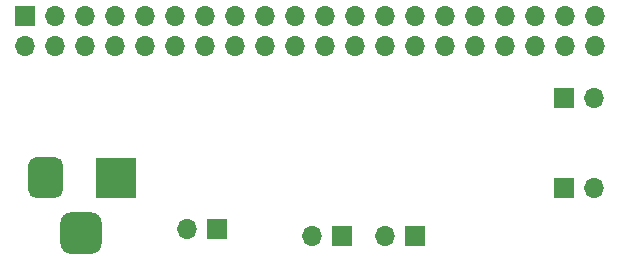
<source format=gbs>
G04 #@! TF.GenerationSoftware,KiCad,Pcbnew,(5.1.6-0-10_14)*
G04 #@! TF.CreationDate,2021-08-26T03:19:47+09:00*
G04 #@! TF.ProjectId,5v,35762e6b-6963-4616-945f-706362585858,rev?*
G04 #@! TF.SameCoordinates,Original*
G04 #@! TF.FileFunction,Soldermask,Bot*
G04 #@! TF.FilePolarity,Negative*
%FSLAX46Y46*%
G04 Gerber Fmt 4.6, Leading zero omitted, Abs format (unit mm)*
G04 Created by KiCad (PCBNEW (5.1.6-0-10_14)) date 2021-08-26 03:19:47*
%MOMM*%
%LPD*%
G01*
G04 APERTURE LIST*
%ADD10R,3.500000X3.500000*%
%ADD11R,1.700000X1.700000*%
%ADD12O,1.700000X1.700000*%
G04 APERTURE END LIST*
G04 #@! TO.C,J1*
G36*
G01*
X107510000Y-96245000D02*
X107510000Y-94495000D01*
G75*
G02*
X108385000Y-93620000I875000J0D01*
G01*
X110135000Y-93620000D01*
G75*
G02*
X111010000Y-94495000I0J-875000D01*
G01*
X111010000Y-96245000D01*
G75*
G02*
X110135000Y-97120000I-875000J0D01*
G01*
X108385000Y-97120000D01*
G75*
G02*
X107510000Y-96245000I0J875000D01*
G01*
G37*
G36*
G01*
X104760000Y-91670000D02*
X104760000Y-89670000D01*
G75*
G02*
X105510000Y-88920000I750000J0D01*
G01*
X107010000Y-88920000D01*
G75*
G02*
X107760000Y-89670000I0J-750000D01*
G01*
X107760000Y-91670000D01*
G75*
G02*
X107010000Y-92420000I-750000J0D01*
G01*
X105510000Y-92420000D01*
G75*
G02*
X104760000Y-91670000I0J750000D01*
G01*
G37*
D10*
X112260000Y-90670000D03*
G04 #@! TD*
D11*
G04 #@! TO.C,J2*
X120750000Y-94980000D03*
D12*
X118210000Y-94980000D03*
G04 #@! TD*
D11*
G04 #@! TO.C,J4*
X150120000Y-83900000D03*
D12*
X152660000Y-83900000D03*
G04 #@! TD*
D11*
G04 #@! TO.C,J5*
X150120000Y-91520000D03*
D12*
X152660000Y-91520000D03*
G04 #@! TD*
G04 #@! TO.C,J6*
X128810000Y-95620000D03*
D11*
X131350000Y-95620000D03*
G04 #@! TD*
G04 #@! TO.C,J7*
X137520000Y-95610000D03*
D12*
X134980000Y-95610000D03*
G04 #@! TD*
G04 #@! TO.C,J8*
X152760000Y-79500000D03*
X152760000Y-76960000D03*
X150220000Y-79500000D03*
X150220000Y-76960000D03*
X147680000Y-79500000D03*
X147680000Y-76960000D03*
X145140000Y-79500000D03*
X145140000Y-76960000D03*
X142600000Y-79500000D03*
X142600000Y-76960000D03*
X140060000Y-79500000D03*
X140060000Y-76960000D03*
X137520000Y-79500000D03*
X137520000Y-76960000D03*
X134980000Y-79500000D03*
X134980000Y-76960000D03*
X132440000Y-79500000D03*
X132440000Y-76960000D03*
X129900000Y-79500000D03*
X129900000Y-76960000D03*
X127360000Y-79500000D03*
X127360000Y-76960000D03*
X124820000Y-79500000D03*
X124820000Y-76960000D03*
X122280000Y-79500000D03*
X122280000Y-76960000D03*
X119740000Y-79500000D03*
X119740000Y-76960000D03*
X117200000Y-79500000D03*
X117200000Y-76960000D03*
X114660000Y-79500000D03*
X114660000Y-76960000D03*
X112120000Y-79500000D03*
X112120000Y-76960000D03*
X109580000Y-79500000D03*
X109580000Y-76960000D03*
X107040000Y-79500000D03*
X107040000Y-76960000D03*
X104500000Y-79500000D03*
D11*
X104500000Y-76960000D03*
G04 #@! TD*
M02*

</source>
